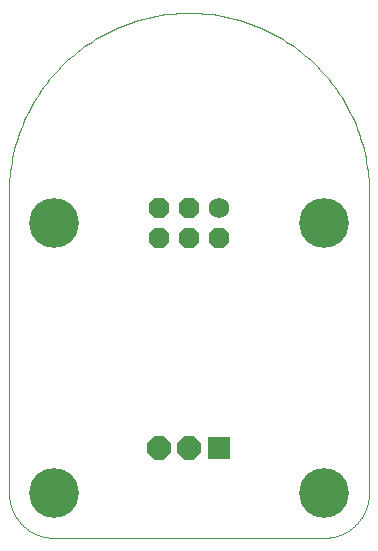
<source format=gts>
G75*
%MOIN*%
%OFA0B0*%
%FSLAX25Y25*%
%IPPOS*%
%LPD*%
%AMOC8*
5,1,8,0,0,1.08239X$1,22.5*
%
%ADD10C,0.06800*%
%ADD11OC8,0.06800*%
%ADD12C,0.16611*%
%ADD13C,0.00000*%
%ADD14OC8,0.07800*%
%ADD15R,0.07800X0.07800*%
D10*
X0074000Y0111500D03*
D11*
X0074000Y0101500D03*
X0064000Y0101500D03*
X0064000Y0111500D03*
X0054000Y0111500D03*
X0054000Y0101500D03*
D12*
X0019000Y0106500D03*
X0019000Y0016500D03*
X0109000Y0016500D03*
X0109000Y0106500D03*
D13*
X0004000Y0116500D02*
X0004000Y0016500D01*
X0004004Y0016138D01*
X0004018Y0015775D01*
X0004039Y0015413D01*
X0004070Y0015052D01*
X0004109Y0014692D01*
X0004157Y0014333D01*
X0004214Y0013975D01*
X0004279Y0013618D01*
X0004353Y0013263D01*
X0004436Y0012910D01*
X0004527Y0012559D01*
X0004626Y0012211D01*
X0004734Y0011865D01*
X0004850Y0011521D01*
X0004975Y0011181D01*
X0005107Y0010844D01*
X0005248Y0010510D01*
X0005397Y0010179D01*
X0005554Y0009852D01*
X0005718Y0009529D01*
X0005890Y0009210D01*
X0006070Y0008896D01*
X0006258Y0008585D01*
X0006453Y0008280D01*
X0006655Y0007979D01*
X0006865Y0007683D01*
X0007081Y0007393D01*
X0007305Y0007107D01*
X0007535Y0006827D01*
X0007772Y0006553D01*
X0008016Y0006285D01*
X0008266Y0006022D01*
X0008522Y0005766D01*
X0008785Y0005516D01*
X0009053Y0005272D01*
X0009327Y0005035D01*
X0009607Y0004805D01*
X0009893Y0004581D01*
X0010183Y0004365D01*
X0010479Y0004155D01*
X0010780Y0003953D01*
X0011085Y0003758D01*
X0011396Y0003570D01*
X0011710Y0003390D01*
X0012029Y0003218D01*
X0012352Y0003054D01*
X0012679Y0002897D01*
X0013010Y0002748D01*
X0013344Y0002607D01*
X0013681Y0002475D01*
X0014021Y0002350D01*
X0014365Y0002234D01*
X0014711Y0002126D01*
X0015059Y0002027D01*
X0015410Y0001936D01*
X0015763Y0001853D01*
X0016118Y0001779D01*
X0016475Y0001714D01*
X0016833Y0001657D01*
X0017192Y0001609D01*
X0017552Y0001570D01*
X0017913Y0001539D01*
X0018275Y0001518D01*
X0018638Y0001504D01*
X0019000Y0001500D01*
X0109000Y0001500D01*
X0109362Y0001504D01*
X0109725Y0001518D01*
X0110087Y0001539D01*
X0110448Y0001570D01*
X0110808Y0001609D01*
X0111167Y0001657D01*
X0111525Y0001714D01*
X0111882Y0001779D01*
X0112237Y0001853D01*
X0112590Y0001936D01*
X0112941Y0002027D01*
X0113289Y0002126D01*
X0113635Y0002234D01*
X0113979Y0002350D01*
X0114319Y0002475D01*
X0114656Y0002607D01*
X0114990Y0002748D01*
X0115321Y0002897D01*
X0115648Y0003054D01*
X0115971Y0003218D01*
X0116290Y0003390D01*
X0116604Y0003570D01*
X0116915Y0003758D01*
X0117220Y0003953D01*
X0117521Y0004155D01*
X0117817Y0004365D01*
X0118107Y0004581D01*
X0118393Y0004805D01*
X0118673Y0005035D01*
X0118947Y0005272D01*
X0119215Y0005516D01*
X0119478Y0005766D01*
X0119734Y0006022D01*
X0119984Y0006285D01*
X0120228Y0006553D01*
X0120465Y0006827D01*
X0120695Y0007107D01*
X0120919Y0007393D01*
X0121135Y0007683D01*
X0121345Y0007979D01*
X0121547Y0008280D01*
X0121742Y0008585D01*
X0121930Y0008896D01*
X0122110Y0009210D01*
X0122282Y0009529D01*
X0122446Y0009852D01*
X0122603Y0010179D01*
X0122752Y0010510D01*
X0122893Y0010844D01*
X0123025Y0011181D01*
X0123150Y0011521D01*
X0123266Y0011865D01*
X0123374Y0012211D01*
X0123473Y0012559D01*
X0123564Y0012910D01*
X0123647Y0013263D01*
X0123721Y0013618D01*
X0123786Y0013975D01*
X0123843Y0014333D01*
X0123891Y0014692D01*
X0123930Y0015052D01*
X0123961Y0015413D01*
X0123982Y0015775D01*
X0123996Y0016138D01*
X0124000Y0016500D01*
X0124000Y0116500D01*
X0123982Y0117961D01*
X0123929Y0119421D01*
X0123840Y0120880D01*
X0123716Y0122336D01*
X0123556Y0123788D01*
X0123361Y0125236D01*
X0123130Y0126679D01*
X0122865Y0128116D01*
X0122565Y0129546D01*
X0122230Y0130968D01*
X0121860Y0132382D01*
X0121456Y0133786D01*
X0121018Y0135180D01*
X0120546Y0136563D01*
X0120041Y0137934D01*
X0119502Y0139292D01*
X0118931Y0140637D01*
X0118327Y0141967D01*
X0117691Y0143283D01*
X0117023Y0144582D01*
X0116323Y0145865D01*
X0115592Y0147130D01*
X0114831Y0148378D01*
X0114040Y0149606D01*
X0113219Y0150815D01*
X0112369Y0152003D01*
X0111490Y0153170D01*
X0110583Y0154316D01*
X0109648Y0155439D01*
X0108686Y0156539D01*
X0107698Y0157615D01*
X0106684Y0158667D01*
X0105644Y0159694D01*
X0104580Y0160695D01*
X0103492Y0161671D01*
X0102380Y0162619D01*
X0101246Y0163540D01*
X0100089Y0164433D01*
X0098912Y0165297D01*
X0097713Y0166133D01*
X0096494Y0166939D01*
X0095256Y0167716D01*
X0094000Y0168462D01*
X0092726Y0169177D01*
X0091435Y0169861D01*
X0090127Y0170513D01*
X0088804Y0171133D01*
X0087466Y0171721D01*
X0086115Y0172276D01*
X0084750Y0172798D01*
X0083373Y0173286D01*
X0081984Y0173741D01*
X0080585Y0174162D01*
X0079176Y0174549D01*
X0077758Y0174901D01*
X0076332Y0175219D01*
X0074898Y0175502D01*
X0073458Y0175750D01*
X0072013Y0175963D01*
X0070562Y0176140D01*
X0069108Y0176282D01*
X0067651Y0176389D01*
X0066191Y0176460D01*
X0064731Y0176496D01*
X0063269Y0176496D01*
X0061809Y0176460D01*
X0060349Y0176389D01*
X0058892Y0176282D01*
X0057438Y0176140D01*
X0055987Y0175963D01*
X0054542Y0175750D01*
X0053102Y0175502D01*
X0051668Y0175219D01*
X0050242Y0174901D01*
X0048824Y0174549D01*
X0047415Y0174162D01*
X0046016Y0173741D01*
X0044627Y0173286D01*
X0043250Y0172798D01*
X0041885Y0172276D01*
X0040534Y0171721D01*
X0039196Y0171133D01*
X0037873Y0170513D01*
X0036565Y0169861D01*
X0035274Y0169177D01*
X0034000Y0168462D01*
X0032744Y0167716D01*
X0031506Y0166939D01*
X0030287Y0166133D01*
X0029088Y0165297D01*
X0027911Y0164433D01*
X0026754Y0163540D01*
X0025620Y0162619D01*
X0024508Y0161671D01*
X0023420Y0160695D01*
X0022356Y0159694D01*
X0021316Y0158667D01*
X0020302Y0157615D01*
X0019314Y0156539D01*
X0018352Y0155439D01*
X0017417Y0154316D01*
X0016510Y0153170D01*
X0015631Y0152003D01*
X0014781Y0150815D01*
X0013960Y0149606D01*
X0013169Y0148378D01*
X0012408Y0147130D01*
X0011677Y0145865D01*
X0010977Y0144582D01*
X0010309Y0143283D01*
X0009673Y0141967D01*
X0009069Y0140637D01*
X0008498Y0139292D01*
X0007959Y0137934D01*
X0007454Y0136563D01*
X0006982Y0135180D01*
X0006544Y0133786D01*
X0006140Y0132382D01*
X0005770Y0130968D01*
X0005435Y0129546D01*
X0005135Y0128116D01*
X0004870Y0126679D01*
X0004639Y0125236D01*
X0004444Y0123788D01*
X0004284Y0122336D01*
X0004160Y0120880D01*
X0004071Y0119421D01*
X0004018Y0117961D01*
X0004000Y0116500D01*
D14*
X0054000Y0031500D03*
X0064000Y0031500D03*
D15*
X0074000Y0031500D03*
M02*

</source>
